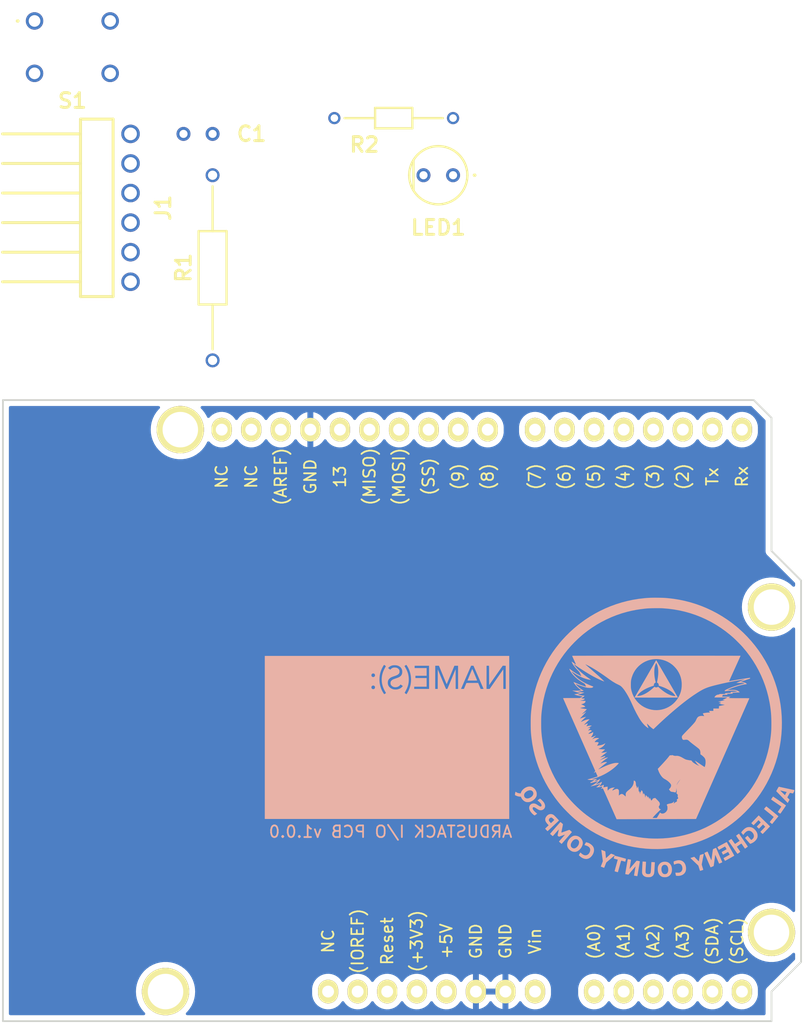
<source format=kicad_pcb>
(kicad_pcb (version 20211014) (generator pcbnew)
  (title_block (date "lun. 30 mars 2015"))
  (layers (0 "F.Cu" signal) (31 "B.Cu" signal) (34 "B.Paste" user) (35 "F.Paste" user) (36 "B.SilkS" user "B.Silkscreen") (37 "F.SilkS" user "F.Silkscreen") (38 "B.Mask" user) (39 "F.Mask" user) (44 "Edge.Cuts" user))
  (net 0 "")
  (net 1 "/IOREF")
  (net 2 "/Reset")
  (net 3 "+5V")
  (net 4 "GND")
  (net 5 "/Vin")
  (net 6 "/A0")
  (net 7 "/A1")
  (net 8 "/A2")
  (net 9 "/A3")
  (net 10 "/AREF")
  (net 11 "/A4(SDA)")
  (net 12 "/A5(SCL)")
  (net 13 "/9(**)")
  (net 14 "/8")
  (net 15 "/7")
  (net 16 "/6(**)")
  (net 17 "/5(**)")
  (net 18 "/4")
  (net 19 "/3(**)")
  (net 20 "/2")
  (net 21 "/1(Tx)")
  (net 22 "/0(Rx)")
  (net 23 "Net-(LED1-Pad1)")
  (net 24 "Net-(C1-Pad2)")
  (net 27 "/13(SCK)")
  (net 28 "/11(**{slash}MOSI)")
  (net 29 "/10(**{slash}SS)")
  (net 30 "+3V3")
  (net 31 "/12(MISO)")
  (footprint "Socket_Arduino_Uno:Socket_Strip_Arduino_1x08" (layer "F.Cu") (at 138.938 123.825)
    (fp_text reference "P1" hide)
    (fp_text value "Power" hide)
    (pad "1" thru_hole oval locked (at 0 0) (size 1.7272 2.032) (drill 1.016) (layers *.Cu *.Mask "F.SilkS"))
    (pad "2" thru_hole oval locked (at 2.54 0) (size 1.7272 2.032) (drill 1.016) (layers *.Cu *.Mask "F.SilkS") (net 1 "/IOREF"))
    (pad "3" thru_hole oval locked (at 5.08 0) (size 1.7272 2.032) (drill 1.016) (layers *.Cu *.Mask "F.SilkS") (net 2 "/Reset"))
    (pad "4" thru_hole oval locked (at 7.62 0) (size 1.7272 2.032) (drill 1.016) (layers *.Cu *.Mask "F.SilkS") (net 30 "+3V3"))
    (pad "5" thru_hole oval locked (at 10.16 0) (size 1.7272 2.032) (drill 1.016) (layers *.Cu *.Mask "F.SilkS") (net 3 "+5V"))
    (pad "6" thru_hole oval locked (at 12.7 0) (size 1.7272 2.032) (drill 1.016) (layers *.Cu *.Mask "F.SilkS") (net 4 "GND"))
    (pad "7" thru_hole oval locked (at 15.24 0) (size 1.7272 2.032) (drill 1.016) (layers *.Cu *.Mask "F.SilkS") (net 4 "GND"))
    (pad "8" thru_hole oval locked (at 17.78 0) (size 1.7272 2.032) (drill 1.016) (layers *.Cu *.Mask "F.SilkS") (net 5 "/Vin"))
  )
  (footprint "Socket_Arduino_Uno:Socket_Strip_Arduino_1x06" (layer "F.Cu") (at 161.798 123.825)
    (fp_text reference "P2" hide)
    (fp_text value "Analog" hide)
    (pad "1" thru_hole oval locked (at 0 0) (size 1.7272 2.032) (drill 1.016) (layers *.Cu *.Mask "F.SilkS") (net 6 "/A0"))
    (pad "2" thru_hole oval locked (at 2.54 0) (size 1.7272 2.032) (drill 1.016) (layers *.Cu *.Mask "F.SilkS") (net 7 "/A1"))
    (pad "3" thru_hole oval locked (at 5.08 0) (size 1.7272 2.032) (drill 1.016) (layers *.Cu *.Mask "F.SilkS") (net 8 "/A2"))
    (pad "4" thru_hole oval locked (at 7.62 0) (size 1.7272 2.032) (drill 1.016) (layers *.Cu *.Mask "F.SilkS") (net 9 "/A3"))
    (pad "5" thru_hole oval locked (at 10.16 0) (size 1.7272 2.032) (drill 1.016) (layers *.Cu *.Mask "F.SilkS") (net 11 "/A4(SDA)"))
    (pad "6" thru_hole oval locked (at 12.7 0) (size 1.7272 2.032) (drill 1.016) (layers *.Cu *.Mask "F.SilkS") (net 12 "/A5(SCL)"))
  )
  (footprint "Socket_Arduino_Uno:Socket_Strip_Arduino_1x10" (layer "F.Cu") (at 129.794 75.565)
    (fp_text reference "P3" hide)
    (fp_text value "Digital" hide)
    (pad "1" thru_hole oval locked (at 0 0) (size 1.7272 2.032) (drill 1.016) (layers *.Cu *.Mask "F.SilkS"))
    (pad "2" thru_hole oval locked (at 2.54 0) (size 1.7272 2.032) (drill 1.016) (layers *.Cu *.Mask "F.SilkS"))
    (pad "3" thru_hole oval locked (at 5.08 0) (size 1.7272 2.032) (drill 1.016) (layers *.Cu *.Mask "F.SilkS") (net 10 "/AREF"))
    (pad "4" thru_hole oval locked (at 7.62 0) (size 1.7272 2.032) (drill 1.016) (layers *.Cu *.Mask "F.SilkS") (net 4 "GND"))
    (pad "5" thru_hole oval locked (at 10.16 0) (size 1.7272 2.032) (drill 1.016) (layers *.Cu *.Mask "F.SilkS") (net 27 "/13(SCK)"))
    (pad "6" thru_hole oval locked (at 12.7 0) (size 1.7272 2.032) (drill 1.016) (layers *.Cu *.Mask "F.SilkS") (net 31 "/12(MISO)"))
    (pad "7" thru_hole oval locked (at 15.24 0) (size 1.7272 2.032) (drill 1.016) (layers *.Cu *.Mask "F.SilkS") (net 28 "/11(**{slash}MOSI)"))
    (pad "8" thru_hole oval locked (at 17.78 0) (size 1.7272 2.032) (drill 1.016) (layers *.Cu *.Mask "F.SilkS") (net 29 "/10(**{slash}SS)"))
    (pad "9" thru_hole oval locked (at 20.32 0) (size 1.7272 2.032) (drill 1.016) (layers *.Cu *.Mask "F.SilkS") (net 13 "/9(**)"))
    (pad "10" thru_hole oval locked (at 22.86 0) (size 1.7272 2.032) (drill 1.016) (layers *.Cu *.Mask "F.SilkS") (net 14 "/8"))
  )
  (footprint "Socket_Arduino_Uno:Socket_Strip_Arduino_1x08" (layer "F.Cu") (at 156.718 75.565)
    (fp_text reference "P4" hide)
    (fp_text value "Digital" hide)
    (pad "1" thru_hole oval locked (at 0 0) (size 1.7272 2.032) (drill 1.016) (layers *.Cu *.Mask "F.SilkS") (net 15 "/7"))
    (pad "2" thru_hole oval locked (at 2.54 0) (size 1.7272 2.032) (drill 1.016) (layers *.Cu *.Mask "F.SilkS") (net 16 "/6(**)"))
    (pad "3" thru_hole oval locked (at 5.08 0) (size 1.7272 2.032) (drill 1.016) (layers *.Cu *.Mask "F.SilkS") (net 17 "/5(**)"))
    (pad "4" thru_hole oval locked (at 7.62 0) (size 1.7272 2.032) (drill 1.016) (layers *.Cu *.Mask "F.SilkS") (net 18 "/4"))
    (pad "5" thru_hole oval locked (at 10.16 0) (size 1.7272 2.032) (drill 1.016) (layers *.Cu *.Mask "F.SilkS") (net 19 "/3(**)"))
    (pad "6" thru_hole oval locked (at 12.7 0) (size 1.7272 2.032) (drill 1.016) (layers *.Cu *.Mask "F.SilkS") (net 20 "/2"))
    (pad "7" thru_hole oval locked (at 15.24 0) (size 1.7272 2.032) (drill 1.016) (layers *.Cu *.Mask "F.SilkS") (net 21 "/1(Tx)"))
    (pad "8" thru_hole oval locked (at 17.78 0) (size 1.7272 2.032) (drill 1.016) (layers *.Cu *.Mask "F.SilkS") (net 22 "/0(Rx)"))
  )
  (footprint "Socket_Arduino_Uno:Arduino_1pin" (layer "F.Cu") (at 124.968 123.825)
    (fp_text reference "P5" hide)
    (fp_text value "CONN_01X01" hide)
    (pad "1" thru_hole circle locked (at 0 0) (size 4.064 4.064) (drill 3.048) (layers *.Cu *.Mask "F.SilkS"))
  )
  (footprint "Socket_Arduino_Uno:Arduino_1pin" (layer "F.Cu") (at 177.038 118.745)
    (fp_text reference "P6" hide)
    (fp_text value "CONN_01X01" hide)
    (pad "1" thru_hole circle locked (at 0 0) (size 4.064 4.064) (drill 3.048) (layers *.Cu *.Mask "F.SilkS"))
  )
  (footprint "Socket_Arduino_Uno:Arduino_1pin" (layer "F.Cu") (at 126.238 75.565)
    (fp_text reference "P7" hide)
    (fp_text value "CONN_01X01" hide)
    (pad "1" thru_hole circle locked (at 0 0) (size 4.064 4.064) (drill 3.048) (layers *.Cu *.Mask "F.SilkS"))
  )
  (footprint "Socket_Arduino_Uno:Arduino_1pin" (layer "F.Cu") (at 177.038 90.805)
    (fp_text reference "P8" hide)
    (fp_text value "CONN_01X01" hide)
    (pad "1" thru_hole circle locked (at 0 0) (size 4.064 4.064) (drill 3.048) (layers *.Cu *.Mask "F.SilkS"))
  )
  (footprint "ardustack-io:RESAD1020W45L320D175" (layer "F.Cu") (at 144.576 48.808)
    (fp_text reference "R2" (at -2.52 2.286) (layer "F.SilkS") (effects (font (size 1.27 1.27) (thickness 0.254))))
    (fp_text value "CFS1_4C331J" hide)
    (pad "1" thru_hole circle (at -5.1 0) (size 1.05 1.05) (drill 0.65) (layers *.Cu *.Mask) (net 27 "/13(SCK)"))
    (pad "2" thru_hole circle (at 5.1 0) (size 1.05 1.05) (drill 0.65) (layers *.Cu *.Mask) (net 23 "Net-(LED1-Pad1)"))
  )
  (footprint "ardustack-io:K105Z20Y5VF5TL2" (layer "F.Cu") (at 127.762 50.165 180)
    (fp_text reference "C1" (at -4.6 0) (layer "F.SilkS") (effects (font (size 1.27 1.27) (thickness 0.254))))
    (fp_text value "K105Z20Y5VF5TL2" hide)
    (pad "1" thru_hole circle (at -1.25 0 180) (size 1.2 1.2) (drill 0.7) (layers *.Cu *.Mask) (net 2 "/Reset"))
    (pad "2" thru_hole circle (at 1.25 0 180) (size 1.2 1.2) (drill 0.7) (layers *.Cu *.Mask) (net 24 "Net-(C1-Pad2)"))
  )
  (footprint "ardustack-io:PTS645SL502LFS" (layer "F.Cu") (at 116.962 42.715)
    (fp_text reference "S1" (at 0 4.6) (layer "F.SilkS") (effects (font (size 1.27 1.27) (thickness 0.254))))
    (fp_text value "PTS645SL502LFS" hide)
    (pad "1" thru_hole circle (at -3.25 -2.25) (size 1.5 1.5) (drill 1) (layers *.Cu *.Mask) (net 2 "/Reset"))
    (pad "2" thru_hole circle (at 3.25 -2.25) (size 1.5 1.5) (drill 1) (layers *.Cu *.Mask) (net 2 "/Reset"))
    (pad "3" thru_hole circle (at -3.25 2.25) (size 1.5 1.5) (drill 1) (layers *.Cu *.Mask) (net 4 "GND"))
    (pad "4" thru_hole circle (at 3.25 2.25) (size 1.5 1.5) (drill 1) (layers *.Cu *.Mask) (net 4 "GND"))
  )
  (footprint "ardustack-io:C503BRCNCW0Z0AA2" (layer "F.Cu") (at 148.406 53.715 180)
    (fp_text reference "LED1" (at 0 -4.5) (layer "F.SilkS") (effects (font (size 1.27 1.27) (thickness 0.254))))
    (fp_text value "C503B-RCN-CW0Z0AA2" hide)
    (pad "1" thru_hole circle (at -1.27 0 180) (size 1.2 1.2) (drill 0.7) (layers *.Cu *.Mask) (net 23 "Net-(LED1-Pad1)"))
    (pad "2" thru_hole circle (at 1.27 0 180) (size 1.2 1.2) (drill 0.7) (layers *.Cu *.Mask) (net 4 "GND"))
  )
  (footprint "ardustack-io:825437-6" (layer "F.Cu") (at 121.962 56.515 90)
    (fp_text reference "J1" (at 0 2.8 90) (layer "F.SilkS") (effects (font (size 1.27 1.27) (thickness 0.254))))
    (fp_text value "825437-6" hide)
    (pad "1" thru_hole circle (at -6.35 0 90) (size 1.59 1.59) (drill 1.09) (layers *.Cu *.Mask) (net 4 "GND"))
    (pad "2" thru_hole circle (at -3.81 0 90) (size 1.59 1.59) (drill 1.09) (layers *.Cu *.Mask) (net 4 "GND"))
    (pad "3" thru_hole circle (at -1.27 0 90) (size 1.59 1.59) (drill 1.09) (layers *.Cu *.Mask) (net 5 "/Vin"))
    (pad "4" thru_hole circle (at 1.27 0 90) (size 1.59 1.59) (drill 1.09) (layers *.Cu *.Mask) (net 22 "/0(Rx)"))
    (pad "5" thru_hole circle (at 3.81 0 90) (size 1.59 1.59) (drill 1.09) (layers *.Cu *.Mask) (net 21 "/1(Tx)"))
    (pad "6" thru_hole circle (at 6.35 0 90) (size 1.59 1.59) (drill 1.09) (layers *.Cu *.Mask) (net 24 "Net-(C1-Pad2)"))
  )
  (footprint "ardustack-io:RESAD1590W60L630D240" (layer "F.Cu") (at 129.012 61.665 90)
    (fp_text reference "R1" (at 0 -2.5 90) (layer "F.SilkS") (effects (font (size 1.27 1.27) (thickness 0.254))))
    (fp_text value "CFR-25JR-52-10K" hide)
    (pad "1" thru_hole circle (at -7.95 0 90) (size 1.2 1.2) (drill 0.8) (layers *.Cu *.Mask) (net 3 "+5V"))
    (pad "2" thru_hole circle (at 7.95 0 90) (size 1.2 1.2) (drill 0.8) (layers *.Cu *.Mask) (net 2 "/Reset"))
  )
  (footprint "ardustack-io:emblem" (layer "B.Cu") (at 167 102 180)
    (fp_text reference "G***" hide)
    (fp_text value "LOGO" hide)
  )
  (footprint "ardustack-io:name_plate" (layer "B.Cu") (at 144 102 180)
    (fp_text reference "G***" hide)
    (fp_text value "LOGO" hide)
  )
  (gr_line (start 179.578 88.519) (end 177.038 85.979) (layer "Edge.Cuts") (width 0.15))
  (gr_line (start 177.038 126.365) (end 177.038 123.825) (layer "Edge.Cuts") (width 0.15))
  (gr_line (start 177.038 74.549) (end 175.514 73.025) (layer "Edge.Cuts") (width 0.15))
  (gr_line (start 177.038 123.825) (end 179.578 121.285) (layer "Edge.Cuts") (width 0.15))
  (gr_line (start 110.998 73.025) (end 110.998 126.365) (layer "Edge.Cuts") (width 0.15))
  (gr_line (start 179.578 121.285) (end 179.578 88.519) (layer "Edge.Cuts") (width 0.15))
  (gr_line (start 110.998 126.365) (end 177.038 126.365) (layer "Edge.Cuts") (width 0.15))
  (gr_line (start 175.514 73.025) (end 110.998 73.025) (layer "Edge.Cuts") (width 0.15))
  (gr_line (start 177.038 85.979) (end 177.038 74.549) (layer "Edge.Cuts") (width 0.15))
  (gr_text "ARDUSTACK I/O PCB v1.0.0" (at 144.3 110.1) (layer "B.SilkS") (effects (font (size 1 1)) (justify mirror)))
  (gr_text "(A2)" (at 166.878 119.5 90) (layer "F.SilkS") (effects (font (size 1 1))))
  (gr_text "NC" (at 132.334 79.6 90) (layer "F.SilkS") (effects (font (size 1 1))))
  (gr_text "(AREF)" (at 134.874 79.6 90) (layer "F.SilkS") (effects (font (size 1 1))))
  (gr_text "(SS)" (at 147.574 79.6 90) (layer "F.SilkS") (effects (font (size 1 1))))
  (gr_text "Vin" (at 156.718 119.5 90) (layer "F.SilkS") (effects (font (size 1 1))))
  (gr_text "(5)" (at 161.798 79.6 90) (layer "F.SilkS") (effects (font (size 1 1))))
  (gr_text "NC" (at 138.938 119.5 90) (layer "F.SilkS") (effects (font (size 1 1))))
  (gr_text "Reset" (at 144.018 119.5 90) (layer "F.SilkS") (effects (font (size 1 1))))
  (gr_text "(6)" (at 159.258 79.6 90) (layer "F.SilkS") (effects (font (size 1 1))))
  (gr_text "(SCL)" (at 174.098 119.5 90) (layer "F.SilkS") (effects (font (size 1 1))))
  (gr_text "(3)" (at 166.878 79.6 90) (layer "F.SilkS") (effects (font (size 1 1))))
  (gr_text "(7)" (at 156.718 79.6 90) (layer "F.SilkS") (effects (font (size 1 1))))
  (gr_text "(A1)" (at 164.338 119.5 90) (layer "F.SilkS") (effects (font (size 1 1))))
  (gr_text "(MOSI)" (at 145.034 79.6 90) (layer "F.SilkS") (effects (font (size 1 1))))
  (gr_text "GND" (at 137.414 79.6 90) (layer "F.SilkS") (effects (font (size 1 1))))
  (gr_text "(SDA)" (at 171.958 119.5 90) (layer "F.SilkS") (effects (font (size 1 1))))
  (gr_text "(4)" (at 164.338 79.6 90) (layer "F.SilkS") (effects (font (size 1 1))))
  (gr_text "(2)" (at 169.418 79.6 90) (layer "F.SilkS") (effects (font (size 1 1))))
  (gr_text "(A3)" (at 169.418 119.5 90) (layer "F.SilkS") (effects (font (size 1 1))))
  (gr_text "(+3V3)" (at 146.558 119.5 90) (layer "F.SilkS") (effects (font (size 1 1))))
  (gr_text "+5V" (at 149.098 119.5 90) (layer "F.SilkS") (effects (font (size 1 1))))
  (gr_text "(8)" (at 152.654 79.6 90) (layer "F.SilkS") (effects (font (size 1 1))))
  (gr_text "(MISO)" (at 142.494 79.6 90) (layer "F.SilkS") (effects (font (size 1 1))))
  (gr_text "(A0)" (at 161.798 119.5 90) (layer "F.SilkS") (effects (font (size 1 1))))
  (gr_text "Rx" (at 174.498 79.6 90) (layer "F.SilkS") (effects (font (size 1 1))))
  (gr_text "(IOREF)" (at 141.478 119.5 90) (layer "F.SilkS") (effects (font (size 1 1))))
  (gr_text "13" (at 139.954 79.6 90) (layer "F.SilkS") (effects (font (size 1 1))))
  (gr_text "GND" (at 154.178 119.5 90) (layer "F.SilkS") (effects (font (size 1 1))))
  (gr_text "NC" (at 129.794 79.6 90) (layer "F.SilkS") (effects (font (size 1 1))))
  (gr_text "GND" (at 151.638 119.5 90) (layer "F.SilkS") (effects (font (size 1 1))))
  (gr_text "(9)" (at 150.114 79.6 90) (layer "F.SilkS") (effects (font (size 1 1))))
  (gr_text "Tx" (at 171.958 79.6 90) (layer "F.SilkS") (effects (font (size 1 1))))
  (zone (net 4) (net_name "GND") (layer "B.Cu") (connect_pads (clearance 0.508)) (min_thickness 0.254) (fill yes (thermal_gap 0.508) (thermal_bridge_width 0.508))
    (polygon (pts (xy 179.832 126.619) (xy 110.744 126.619) (xy 110.744 72.771) (xy 179.832 72.771)))
  )
)
</source>
